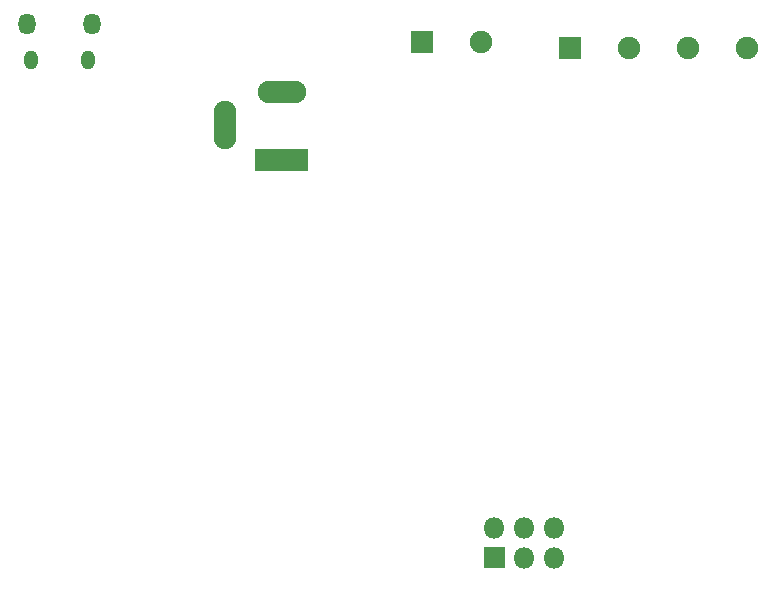
<source format=gbr>
%TF.GenerationSoftware,KiCad,Pcbnew,(5.1.12)-1*%
%TF.CreationDate,2022-10-31T13:17:17-07:00*%
%TF.ProjectId,MPS Tune-o-Matic,4d505320-5475-46e6-952d-6f2d4d617469,rev?*%
%TF.SameCoordinates,Original*%
%TF.FileFunction,Soldermask,Bot*%
%TF.FilePolarity,Negative*%
%FSLAX46Y46*%
G04 Gerber Fmt 4.6, Leading zero omitted, Abs format (unit mm)*
G04 Created by KiCad (PCBNEW (5.1.12)-1) date 2022-10-31 13:17:17*
%MOMM*%
%LPD*%
G01*
G04 APERTURE LIST*
%ADD10C,1.900000*%
%ADD11O,1.900000X4.100000*%
%ADD12O,4.100000X1.900000*%
%ADD13O,1.200000X1.600000*%
%ADD14O,1.450000X1.800000*%
%ADD15O,1.800000X1.800000*%
G04 APERTURE END LIST*
%TO.C,J5*%
G36*
G01*
X92050000Y-20900000D02*
X92050000Y-19100000D01*
G75*
G02*
X92100000Y-19050000I50000J0D01*
G01*
X93900000Y-19050000D01*
G75*
G02*
X93950000Y-19100000I0J-50000D01*
G01*
X93950000Y-20900000D01*
G75*
G02*
X93900000Y-20950000I-50000J0D01*
G01*
X92100000Y-20950000D01*
G75*
G02*
X92050000Y-20900000I0J50000D01*
G01*
G37*
D10*
X98000000Y-20000000D03*
%TD*%
D11*
%TO.C,J4*%
X76300000Y-27000000D03*
D12*
X81100000Y-24200000D03*
G36*
G01*
X83350000Y-29100000D02*
X83350000Y-30900000D01*
G75*
G02*
X83300000Y-30950000I-50000J0D01*
G01*
X78900000Y-30950000D01*
G75*
G02*
X78850000Y-30900000I0J50000D01*
G01*
X78850000Y-29100000D01*
G75*
G02*
X78900000Y-29050000I50000J0D01*
G01*
X83300000Y-29050000D01*
G75*
G02*
X83350000Y-29100000I0J-50000D01*
G01*
G37*
%TD*%
%TO.C,J2*%
G36*
G01*
X104550000Y-21400000D02*
X104550000Y-19600000D01*
G75*
G02*
X104600000Y-19550000I50000J0D01*
G01*
X106400000Y-19550000D01*
G75*
G02*
X106450000Y-19600000I0J-50000D01*
G01*
X106450000Y-21400000D01*
G75*
G02*
X106400000Y-21450000I-50000J0D01*
G01*
X104600000Y-21450000D01*
G75*
G02*
X104550000Y-21400000I0J50000D01*
G01*
G37*
D10*
X110500000Y-20500000D03*
X115500000Y-20500000D03*
X120500000Y-20500000D03*
%TD*%
D13*
%TO.C,J3*%
X64695000Y-21485000D03*
X59855000Y-21485000D03*
D14*
X65005000Y-18485000D03*
X59545000Y-18485000D03*
%TD*%
%TO.C,J1*%
G36*
G01*
X99950000Y-64540000D02*
X98250000Y-64540000D01*
G75*
G02*
X98200000Y-64490000I0J50000D01*
G01*
X98200000Y-62790000D01*
G75*
G02*
X98250000Y-62740000I50000J0D01*
G01*
X99950000Y-62740000D01*
G75*
G02*
X100000000Y-62790000I0J-50000D01*
G01*
X100000000Y-64490000D01*
G75*
G02*
X99950000Y-64540000I-50000J0D01*
G01*
G37*
D15*
X99100000Y-61100000D03*
X101640000Y-63640000D03*
X101640000Y-61100000D03*
X104180000Y-63640000D03*
X104180000Y-61100000D03*
%TD*%
M02*

</source>
